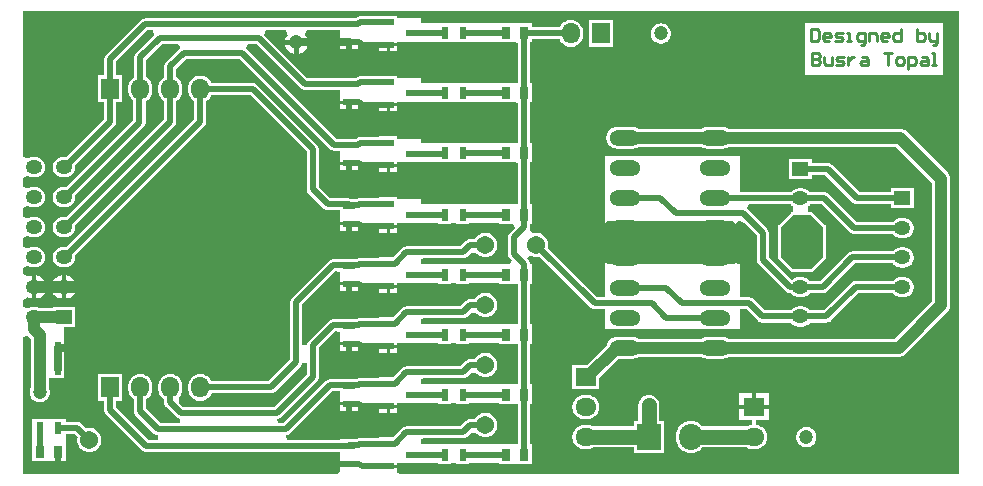
<source format=gtl>
G04*
G04 #@! TF.GenerationSoftware,Altium Limited,Altium Designer,22.11.1 (43)*
G04*
G04 Layer_Physical_Order=1*
G04 Layer_Color=255*
%FSLAX25Y25*%
%MOIN*%
G70*
G04*
G04 #@! TF.SameCoordinates,6D67B21A-DBE7-4323-B212-FBECE55DCE4B*
G04*
G04*
G04 #@! TF.FilePolarity,Positive*
G04*
G01*
G75*
%ADD14C,0.01000*%
%ADD16R,0.03150X0.03937*%
%ADD17R,0.02400X0.04000*%
%ADD18R,0.03937X0.02362*%
%ADD19R,0.04000X0.02400*%
%ADD35C,0.02000*%
%ADD36C,0.04000*%
%ADD37C,0.02500*%
%ADD38C,0.05000*%
%ADD39O,0.10400X0.05200*%
%ADD40O,0.05512X0.04724*%
%ADD41R,0.05512X0.04724*%
%ADD42C,0.04724*%
%ADD43O,0.07000X0.06000*%
%ADD44R,0.07000X0.06000*%
%ADD45O,0.07874X0.08661*%
%ADD46R,0.07874X0.08661*%
%ADD47O,0.06000X0.07000*%
%ADD48R,0.06000X0.07000*%
%ADD49C,0.06063*%
G36*
X107000Y146500D02*
Y146000D01*
X110000D01*
Y145500D01*
X110500D01*
Y143300D01*
X113000D01*
Y144500D01*
X116500D01*
Y145732D01*
X120095D01*
Y145260D01*
X123063D01*
X126031D01*
Y145732D01*
X139800D01*
Y145500D01*
X144200D01*
Y145732D01*
X145800D01*
Y145500D01*
X150200D01*
Y145732D01*
X159925D01*
Y145531D01*
X165075D01*
X165075Y145531D01*
X166490Y145327D01*
Y132000D01*
X133905D01*
Y133700D01*
X126031D01*
Y134421D01*
X120095D01*
Y134250D01*
X113740D01*
X113348Y134211D01*
X112971Y134097D01*
X112624Y133911D01*
X112378Y133710D01*
X96132D01*
X81852Y147990D01*
X82461Y149490D01*
X88935D01*
X89504Y148242D01*
X89543Y147990D01*
X89282Y147650D01*
X89029Y147212D01*
X88835Y146744D01*
X88704Y146255D01*
X88703Y146250D01*
X96297D01*
X96296Y146255D01*
X96165Y146744D01*
X95971Y147212D01*
X95718Y147650D01*
X95457Y147990D01*
X95496Y148242D01*
X96065Y149490D01*
X107000D01*
Y146500D01*
D02*
G37*
G36*
X313493Y1507D02*
X127295D01*
X126031Y2079D01*
X126031Y3007D01*
Y3760D01*
X123063D01*
Y4760D01*
X126031D01*
Y5232D01*
X139800D01*
Y5000D01*
X144200D01*
Y5232D01*
X145800D01*
Y5000D01*
X150200D01*
Y5232D01*
X159925D01*
Y5032D01*
X165075D01*
Y5032D01*
X165925D01*
Y5032D01*
X171075D01*
Y11500D01*
X170510D01*
Y25032D01*
X171075D01*
Y31500D01*
X170510D01*
Y45031D01*
X171075D01*
Y51500D01*
X170510D01*
Y65031D01*
X171075D01*
Y71500D01*
X170510D01*
X170471Y71892D01*
X170357Y72269D01*
X170171Y72616D01*
X169921Y72921D01*
X169409Y73433D01*
X170255Y74641D01*
X170713Y74376D01*
X171201Y74174D01*
X171712Y74037D01*
X172236Y73968D01*
X172764D01*
X173288Y74037D01*
X173550Y74108D01*
X190579Y57079D01*
X190884Y56829D01*
X191231Y56643D01*
X191608Y56529D01*
X192000Y56490D01*
X195500D01*
Y50000D01*
X240500D01*
Y56490D01*
X242668D01*
X246435Y52723D01*
X246740Y52473D01*
X247087Y52287D01*
X247464Y52173D01*
X247856Y52134D01*
X257405D01*
X257433Y52092D01*
X257724Y51761D01*
X258055Y51471D01*
X258422Y51226D01*
X258817Y51031D01*
X259234Y50889D01*
X259666Y50803D01*
X260106Y50774D01*
X260894D01*
X261333Y50803D01*
X261766Y50889D01*
X262183Y51031D01*
X262578Y51226D01*
X262945Y51471D01*
X263276Y51761D01*
X263567Y52092D01*
X263595Y52134D01*
X269144D01*
X269536Y52173D01*
X269913Y52287D01*
X270260Y52473D01*
X270565Y52723D01*
X279819Y61976D01*
X291406D01*
X291433Y61935D01*
X291724Y61604D01*
X292055Y61313D01*
X292422Y61068D01*
X292817Y60873D01*
X293234Y60732D01*
X293667Y60646D01*
X294106Y60617D01*
X294894D01*
X295334Y60646D01*
X295766Y60732D01*
X296183Y60873D01*
X296578Y61068D01*
X296945Y61313D01*
X297276Y61604D01*
X297567Y61935D01*
X297812Y62301D01*
X298007Y62697D01*
X298148Y63114D01*
X298234Y63546D01*
X298263Y63986D01*
X298234Y64426D01*
X298148Y64858D01*
X298007Y65276D01*
X297812Y65671D01*
X297567Y66037D01*
X297276Y66369D01*
X296945Y66659D01*
X296578Y66904D01*
X296183Y67099D01*
X295766Y67241D01*
X295334Y67327D01*
X294894Y67356D01*
X294106D01*
X293667Y67327D01*
X293234Y67241D01*
X292817Y67099D01*
X292422Y66904D01*
X292055Y66659D01*
X291724Y66369D01*
X291433Y66037D01*
X291406Y65996D01*
X278986D01*
X278986Y65996D01*
X278594Y65957D01*
X278217Y65843D01*
X277870Y65657D01*
X277565Y65407D01*
X268311Y56153D01*
X263595D01*
X263567Y56195D01*
X263276Y56526D01*
X262945Y56817D01*
X262578Y57062D01*
X262183Y57257D01*
X261766Y57398D01*
X261333Y57484D01*
X260894Y57513D01*
X260106D01*
X259666Y57484D01*
X259234Y57398D01*
X258817Y57257D01*
X258422Y57062D01*
X258055Y56817D01*
X257724Y56526D01*
X257433Y56195D01*
X257405Y56153D01*
X248689D01*
X244921Y59921D01*
X244617Y60171D01*
X244269Y60357D01*
X243892Y60471D01*
X243500Y60510D01*
X240500D01*
Y71500D01*
X239734D01*
X239569Y71584D01*
X239144Y72053D01*
X239112Y72112D01*
X238500Y71500D01*
X196500D01*
X195409Y72591D01*
X195500Y71500D01*
X195500D01*
Y60510D01*
X192832D01*
X176392Y76950D01*
X176462Y77212D01*
X176532Y77736D01*
Y78264D01*
X176462Y78788D01*
X176326Y79299D01*
X176123Y79787D01*
X175859Y80245D01*
X175538Y80664D01*
X175164Y81037D01*
X174745Y81359D01*
X174287Y81624D01*
X173799Y81826D01*
X173288Y81963D01*
X172764Y82032D01*
X172236D01*
X171712Y81963D01*
X171255Y81840D01*
X171096Y81933D01*
X170541Y82504D01*
X170266Y83062D01*
X170357Y83231D01*
X170471Y83608D01*
X170510Y84000D01*
Y85031D01*
X171075D01*
Y91500D01*
X170510D01*
Y105532D01*
X171075D01*
Y112000D01*
X170510D01*
Y125531D01*
X171075D01*
Y132000D01*
X170510D01*
Y145531D01*
X171075D01*
Y146490D01*
X180288D01*
X180297Y146466D01*
X180528Y145996D01*
X180820Y145560D01*
X181166Y145166D01*
X181560Y144820D01*
X181996Y144528D01*
X182466Y144297D01*
X182963Y144128D01*
X183477Y144026D01*
X184000Y143991D01*
X184523Y144026D01*
X185038Y144128D01*
X185534Y144297D01*
X186004Y144528D01*
X186440Y144820D01*
X186835Y145166D01*
X187180Y145560D01*
X187471Y145996D01*
X187703Y146466D01*
X187872Y146962D01*
X187974Y147477D01*
X188009Y148000D01*
Y149000D01*
X187974Y149523D01*
X187872Y150038D01*
X187703Y150534D01*
X187471Y151004D01*
X187180Y151440D01*
X186835Y151834D01*
X186440Y152180D01*
X186004Y152471D01*
X185534Y152703D01*
X185038Y152872D01*
X184523Y152974D01*
X184000Y153009D01*
X183477Y152974D01*
X182963Y152872D01*
X182466Y152703D01*
X181996Y152471D01*
X181560Y152180D01*
X181166Y151834D01*
X180820Y151440D01*
X180528Y151004D01*
X180297Y150534D01*
X180288Y150510D01*
X171075D01*
Y152000D01*
X133905D01*
Y153710D01*
X126031D01*
Y154421D01*
X120095D01*
Y154250D01*
X113740D01*
X113348Y154211D01*
X112971Y154097D01*
X112624Y153911D01*
X112378Y153710D01*
X107000D01*
Y153510D01*
X42000D01*
X42000Y153510D01*
X41608Y153471D01*
X41231Y153357D01*
X40883Y153171D01*
X40579Y152921D01*
X29079Y141421D01*
X28829Y141116D01*
X28643Y140769D01*
X28529Y140392D01*
X28490Y140000D01*
Y134500D01*
X26500D01*
Y125500D01*
X28490D01*
Y119939D01*
X15882Y107331D01*
X15834Y107341D01*
X15394Y107369D01*
X14606D01*
X14166Y107341D01*
X13734Y107255D01*
X13317Y107113D01*
X12922Y106918D01*
X12555Y106673D01*
X12224Y106383D01*
X11933Y106051D01*
X11688Y105685D01*
X11493Y105289D01*
X11352Y104872D01*
X11266Y104440D01*
X11237Y104000D01*
X11266Y103560D01*
X11352Y103128D01*
X11493Y102711D01*
X11688Y102315D01*
X11933Y101949D01*
X12224Y101618D01*
X12555Y101327D01*
X12922Y101082D01*
X13317Y100887D01*
X13734Y100745D01*
X14166Y100659D01*
X14606Y100631D01*
X15394D01*
X15834Y100659D01*
X16266Y100745D01*
X16683Y100887D01*
X17078Y101082D01*
X17445Y101327D01*
X17776Y101618D01*
X18067Y101949D01*
X18312Y102315D01*
X18507Y102711D01*
X18648Y103128D01*
X18734Y103560D01*
X18763Y104000D01*
X18734Y104440D01*
X18724Y104489D01*
X31921Y117685D01*
X32171Y117990D01*
X32357Y118337D01*
X32471Y118714D01*
X32510Y119106D01*
Y125500D01*
X34500D01*
Y134500D01*
X32510D01*
Y139168D01*
X42832Y149490D01*
X44539D01*
X45148Y147990D01*
X39079Y141921D01*
X38829Y141616D01*
X38643Y141269D01*
X38529Y140892D01*
X38490Y140500D01*
Y133968D01*
X38060Y133680D01*
X37666Y133335D01*
X37320Y132940D01*
X37029Y132504D01*
X36797Y132034D01*
X36628Y131537D01*
X36526Y131023D01*
X36491Y130500D01*
Y129500D01*
X36526Y128977D01*
X36628Y128463D01*
X36797Y127966D01*
X37029Y127496D01*
X37320Y127060D01*
X37666Y126665D01*
X38060Y126320D01*
X38187Y126235D01*
Y119636D01*
X15882Y97331D01*
X15834Y97341D01*
X15394Y97369D01*
X14606D01*
X14166Y97341D01*
X13734Y97255D01*
X13317Y97113D01*
X12922Y96918D01*
X12555Y96673D01*
X12224Y96382D01*
X11933Y96051D01*
X11688Y95685D01*
X11493Y95289D01*
X11352Y94872D01*
X11266Y94440D01*
X11237Y94000D01*
X11266Y93560D01*
X11352Y93128D01*
X11493Y92711D01*
X11688Y92315D01*
X11933Y91949D01*
X12224Y91618D01*
X12555Y91327D01*
X12922Y91082D01*
X13317Y90887D01*
X13734Y90745D01*
X14166Y90659D01*
X14606Y90631D01*
X15394D01*
X15834Y90659D01*
X16266Y90745D01*
X16683Y90887D01*
X17078Y91082D01*
X17445Y91327D01*
X17776Y91618D01*
X18067Y91949D01*
X18312Y92315D01*
X18507Y92711D01*
X18648Y93128D01*
X18734Y93560D01*
X18763Y94000D01*
X18734Y94440D01*
X18724Y94489D01*
X41618Y117382D01*
X41868Y117687D01*
X42054Y118034D01*
X42168Y118411D01*
X42206Y118803D01*
Y125882D01*
X42504Y126029D01*
X42940Y126320D01*
X43334Y126665D01*
X43680Y127060D01*
X43971Y127496D01*
X44203Y127966D01*
X44372Y128463D01*
X44474Y128977D01*
X44509Y129500D01*
Y130500D01*
X44474Y131023D01*
X44372Y131537D01*
X44203Y132034D01*
X43971Y132504D01*
X43680Y132940D01*
X43334Y133335D01*
X42940Y133680D01*
X42510Y133968D01*
Y139668D01*
X47832Y144990D01*
X53174D01*
X53556Y144280D01*
X53663Y143490D01*
X53579Y143421D01*
X49079Y138921D01*
X48829Y138617D01*
X48643Y138269D01*
X48529Y137892D01*
X48490Y137500D01*
Y133968D01*
X48060Y133680D01*
X47666Y133335D01*
X47320Y132940D01*
X47028Y132504D01*
X46797Y132034D01*
X46628Y131537D01*
X46526Y131023D01*
X46491Y130500D01*
Y129500D01*
X46526Y128977D01*
X46628Y128463D01*
X46797Y127966D01*
X47028Y127496D01*
X47320Y127060D01*
X47666Y126665D01*
X48060Y126320D01*
X48490Y126032D01*
Y119939D01*
X15882Y87331D01*
X15834Y87341D01*
X15394Y87369D01*
X14606D01*
X14166Y87341D01*
X13734Y87255D01*
X13317Y87113D01*
X12922Y86918D01*
X12555Y86673D01*
X12224Y86383D01*
X11933Y86051D01*
X11688Y85685D01*
X11493Y85289D01*
X11352Y84872D01*
X11266Y84440D01*
X11237Y84000D01*
X11266Y83560D01*
X11352Y83128D01*
X11493Y82711D01*
X11688Y82315D01*
X11933Y81949D01*
X12224Y81617D01*
X12555Y81327D01*
X12922Y81082D01*
X13317Y80887D01*
X13734Y80745D01*
X14166Y80659D01*
X14606Y80631D01*
X15394D01*
X15834Y80659D01*
X16266Y80745D01*
X16683Y80887D01*
X17078Y81082D01*
X17445Y81327D01*
X17776Y81617D01*
X18067Y81949D01*
X18312Y82315D01*
X18507Y82711D01*
X18648Y83128D01*
X18734Y83560D01*
X18763Y84000D01*
X18734Y84440D01*
X18724Y84489D01*
X51921Y117685D01*
X52171Y117990D01*
X52357Y118337D01*
X52471Y118714D01*
X52510Y119106D01*
X52510Y119106D01*
Y126032D01*
X52940Y126320D01*
X53334Y126665D01*
X53680Y127060D01*
X53971Y127496D01*
X54203Y127966D01*
X54372Y128463D01*
X54474Y128977D01*
X54509Y129500D01*
Y130500D01*
X54474Y131023D01*
X54372Y131537D01*
X54203Y132034D01*
X53971Y132504D01*
X53680Y132940D01*
X53334Y133335D01*
X52940Y133680D01*
X52510Y133968D01*
Y136668D01*
X55832Y139990D01*
X73668D01*
X103619Y110039D01*
X103619Y110039D01*
X103924Y109789D01*
X104271Y109603D01*
X104648Y109489D01*
X105040Y109450D01*
X105040Y109450D01*
X107000D01*
Y106260D01*
Y105760D01*
X110000D01*
Y105260D01*
X110500D01*
Y103060D01*
X113000D01*
Y104260D01*
X116500D01*
Y105492D01*
X120095D01*
Y105020D01*
X123063D01*
X126031D01*
Y105492D01*
X133905D01*
Y105732D01*
X139800D01*
Y105500D01*
X144200D01*
Y105732D01*
X145800D01*
Y105500D01*
X150200D01*
Y105732D01*
X159925D01*
Y105532D01*
X165075D01*
X165075Y105532D01*
X166490Y105327D01*
Y91500D01*
X133905D01*
Y93210D01*
X126031D01*
Y93921D01*
X120095D01*
Y93750D01*
X113740D01*
X113348Y93711D01*
X112971Y93597D01*
X112624Y93411D01*
X112378Y93210D01*
X110944D01*
X110669Y93357D01*
X110292Y93471D01*
X109900Y93510D01*
X103832D01*
X100010Y97332D01*
Y110000D01*
X99971Y110392D01*
X99857Y110769D01*
X99671Y111117D01*
X99421Y111421D01*
X79421Y131421D01*
X79116Y131671D01*
X78769Y131857D01*
X78392Y131971D01*
X78000Y132010D01*
X64212D01*
X64203Y132034D01*
X63972Y132504D01*
X63680Y132940D01*
X63335Y133335D01*
X62940Y133680D01*
X62504Y133972D01*
X62034Y134203D01*
X61537Y134372D01*
X61023Y134474D01*
X60500Y134509D01*
X59977Y134474D01*
X59462Y134372D01*
X58966Y134203D01*
X58496Y133972D01*
X58060Y133680D01*
X57665Y133335D01*
X57320Y132940D01*
X57029Y132504D01*
X56797Y132034D01*
X56628Y131537D01*
X56526Y131023D01*
X56491Y130500D01*
Y129500D01*
X56526Y128977D01*
X56628Y128463D01*
X56797Y127966D01*
X57029Y127496D01*
X57320Y127060D01*
X57665Y126665D01*
X58060Y126320D01*
X58490Y126032D01*
Y119939D01*
X15882Y77331D01*
X15834Y77341D01*
X15394Y77369D01*
X14606D01*
X14166Y77341D01*
X13734Y77255D01*
X13317Y77113D01*
X12922Y76918D01*
X12555Y76673D01*
X12224Y76382D01*
X11933Y76051D01*
X11688Y75685D01*
X11493Y75289D01*
X11352Y74872D01*
X11266Y74440D01*
X11237Y74000D01*
X11266Y73560D01*
X11352Y73128D01*
X11493Y72711D01*
X11688Y72315D01*
X11933Y71949D01*
X12224Y71618D01*
X12555Y71327D01*
X12922Y71082D01*
X13317Y70887D01*
X13734Y70745D01*
X14166Y70659D01*
X14606Y70631D01*
X15394D01*
X15834Y70659D01*
X16266Y70745D01*
X16683Y70887D01*
X17078Y71082D01*
X17445Y71327D01*
X17776Y71618D01*
X18067Y71949D01*
X18312Y72315D01*
X18507Y72711D01*
X18648Y73128D01*
X18734Y73560D01*
X18763Y74000D01*
X18734Y74440D01*
X18724Y74489D01*
X61921Y117685D01*
X62171Y117990D01*
X62357Y118337D01*
X62471Y118714D01*
X62510Y119106D01*
Y126032D01*
X62940Y126320D01*
X63335Y126665D01*
X63680Y127060D01*
X63972Y127496D01*
X64203Y127966D01*
X64212Y127990D01*
X77168D01*
X95990Y109168D01*
Y96500D01*
X96029Y96108D01*
X96143Y95731D01*
X96329Y95384D01*
X96579Y95079D01*
X101579Y90079D01*
X101883Y89829D01*
X102231Y89643D01*
X102608Y89529D01*
X103000Y89490D01*
X107000D01*
Y86000D01*
Y85500D01*
X110000D01*
Y85000D01*
X110500D01*
Y82800D01*
X113000D01*
Y84000D01*
X116500D01*
Y85232D01*
X120095D01*
Y84760D01*
X123063D01*
X126031D01*
Y85232D01*
X139800D01*
Y85000D01*
X144200D01*
Y85232D01*
X145800D01*
Y85000D01*
X150200D01*
Y85232D01*
X159925D01*
Y85031D01*
X164568D01*
X165270Y83613D01*
X163579Y81921D01*
X163329Y81616D01*
X163143Y81269D01*
X163029Y80892D01*
X162990Y80500D01*
Y75000D01*
X163029Y74608D01*
X163143Y74231D01*
X163329Y73883D01*
X163579Y73579D01*
X164272Y72886D01*
X163698Y71500D01*
X133905D01*
Y73210D01*
X135289Y73490D01*
X148000D01*
X148392Y73529D01*
X148769Y73643D01*
X149117Y73829D01*
X149421Y74079D01*
X150692Y75350D01*
X150991Y75433D01*
X152462Y75336D01*
X152836Y74963D01*
X153255Y74641D01*
X153713Y74376D01*
X154201Y74174D01*
X154712Y74037D01*
X155236Y73968D01*
X155764D01*
X156288Y74037D01*
X156799Y74174D01*
X157287Y74376D01*
X157745Y74641D01*
X158164Y74963D01*
X158537Y75336D01*
X158859Y75755D01*
X159124Y76213D01*
X159326Y76701D01*
X159462Y77212D01*
X159531Y77736D01*
Y78264D01*
X159462Y78788D01*
X159326Y79299D01*
X159124Y79787D01*
X158859Y80245D01*
X158537Y80664D01*
X158164Y81037D01*
X157745Y81359D01*
X157287Y81624D01*
X156799Y81826D01*
X156288Y81963D01*
X155764Y82032D01*
X155236D01*
X154712Y81963D01*
X154201Y81826D01*
X153713Y81624D01*
X153255Y81359D01*
X152836Y81037D01*
X152462Y80664D01*
X152141Y80245D01*
X152005Y80010D01*
X150500D01*
X150108Y79971D01*
X149731Y79857D01*
X149383Y79671D01*
X149079Y79421D01*
X147168Y77510D01*
X129000D01*
X128608Y77471D01*
X128231Y77357D01*
X127884Y77171D01*
X127579Y76921D01*
X124579Y73921D01*
X120095D01*
Y73750D01*
X113740D01*
X113348Y73711D01*
X112971Y73597D01*
X112624Y73411D01*
X112378Y73210D01*
X104700D01*
X104700Y73210D01*
X104308Y73171D01*
X103931Y73057D01*
X103584Y72871D01*
X103279Y72621D01*
X91079Y60421D01*
X90829Y60116D01*
X90643Y59769D01*
X90529Y59392D01*
X90490Y59000D01*
Y39832D01*
X83168Y32510D01*
X64212D01*
X64203Y32534D01*
X63972Y33004D01*
X63680Y33440D01*
X63335Y33834D01*
X62940Y34180D01*
X62504Y34471D01*
X62034Y34703D01*
X61537Y34872D01*
X61023Y34974D01*
X60500Y35009D01*
X59977Y34974D01*
X59462Y34872D01*
X58966Y34703D01*
X58496Y34471D01*
X58060Y34180D01*
X57665Y33834D01*
X57320Y33440D01*
X57029Y33004D01*
X56797Y32534D01*
X56628Y32037D01*
X56526Y31523D01*
X56491Y31000D01*
Y30000D01*
X56526Y29477D01*
X56628Y28962D01*
X56797Y28466D01*
X57029Y27996D01*
X57320Y27560D01*
X57665Y27165D01*
X58060Y26820D01*
X58496Y26528D01*
X58966Y26297D01*
X59462Y26128D01*
X59977Y26026D01*
X60500Y25991D01*
X61023Y26026D01*
X61537Y26128D01*
X62034Y26297D01*
X62504Y26528D01*
X62940Y26820D01*
X63335Y27165D01*
X63680Y27560D01*
X63972Y27996D01*
X64203Y28466D01*
X64212Y28490D01*
X84000D01*
X84392Y28529D01*
X84769Y28643D01*
X85116Y28829D01*
X85421Y29079D01*
X93921Y37579D01*
X94171Y37883D01*
X94357Y38231D01*
X94471Y38608D01*
X94490Y38803D01*
X95990Y38730D01*
Y34832D01*
X85168Y24010D01*
X54832D01*
X53471Y25371D01*
X53346Y25713D01*
X53334Y27165D01*
X53680Y27560D01*
X53971Y27996D01*
X54203Y28466D01*
X54372Y28962D01*
X54474Y29477D01*
X54509Y30000D01*
Y31000D01*
X54474Y31523D01*
X54372Y32037D01*
X54203Y32534D01*
X53971Y33004D01*
X53680Y33440D01*
X53334Y33834D01*
X52940Y34180D01*
X52504Y34471D01*
X52034Y34703D01*
X51538Y34872D01*
X51023Y34974D01*
X50500Y35009D01*
X49977Y34974D01*
X49463Y34872D01*
X48966Y34703D01*
X48496Y34471D01*
X48060Y34180D01*
X47666Y33834D01*
X47320Y33440D01*
X47028Y33004D01*
X46797Y32534D01*
X46628Y32037D01*
X46526Y31523D01*
X46491Y31000D01*
Y30000D01*
X46526Y29477D01*
X46628Y28962D01*
X46797Y28466D01*
X47028Y27996D01*
X47320Y27560D01*
X47666Y27165D01*
X48060Y26820D01*
X48490Y26532D01*
Y25500D01*
X48529Y25108D01*
X48643Y24731D01*
X48829Y24384D01*
X49079Y24079D01*
X52579Y20579D01*
X52883Y20329D01*
X53231Y20143D01*
X53608Y20029D01*
X53803Y20010D01*
X53730Y18510D01*
X47332D01*
X42510Y23332D01*
Y26532D01*
X42940Y26820D01*
X43334Y27165D01*
X43680Y27560D01*
X43971Y27996D01*
X44203Y28466D01*
X44372Y28962D01*
X44474Y29477D01*
X44509Y30000D01*
Y31000D01*
X44474Y31523D01*
X44372Y32037D01*
X44203Y32534D01*
X43971Y33004D01*
X43680Y33440D01*
X43334Y33834D01*
X42940Y34180D01*
X42504Y34471D01*
X42034Y34703D01*
X41537Y34872D01*
X41023Y34974D01*
X40500Y35009D01*
X39977Y34974D01*
X39463Y34872D01*
X38966Y34703D01*
X38496Y34471D01*
X38060Y34180D01*
X37666Y33834D01*
X37320Y33440D01*
X37029Y33004D01*
X36797Y32534D01*
X36628Y32037D01*
X36526Y31523D01*
X36491Y31000D01*
Y30000D01*
X36526Y29477D01*
X36628Y28962D01*
X36797Y28466D01*
X37029Y27996D01*
X37320Y27560D01*
X37666Y27165D01*
X38060Y26820D01*
X38490Y26532D01*
Y22500D01*
X38529Y22108D01*
X38643Y21731D01*
X38829Y21384D01*
X39079Y21079D01*
X45079Y15079D01*
X45384Y14829D01*
X45731Y14643D01*
X46108Y14529D01*
X46303Y14510D01*
X46230Y13010D01*
X43332D01*
X32510Y23832D01*
Y26000D01*
X34500D01*
Y35000D01*
X26500D01*
Y26000D01*
X28490D01*
Y23000D01*
X28529Y22608D01*
X28643Y22231D01*
X28829Y21883D01*
X29079Y21579D01*
X41079Y9579D01*
X41383Y9329D01*
X41731Y9143D01*
X42108Y9029D01*
X42500Y8990D01*
X107000D01*
Y6000D01*
Y5500D01*
X110000D01*
Y4500D01*
X107000D01*
Y3007D01*
X107000Y2800D01*
X106500Y1507D01*
X1507D01*
Y47161D01*
X2485Y47671D01*
X2892Y47722D01*
X3991Y46703D01*
Y43500D01*
Y36500D01*
Y30512D01*
X3978Y30490D01*
X3809Y30083D01*
X3695Y29657D01*
X3638Y29220D01*
Y28780D01*
X3695Y28343D01*
X3809Y27917D01*
X3978Y27510D01*
X4198Y27128D01*
X4467Y26778D01*
X4778Y26467D01*
X5128Y26198D01*
X5510Y25978D01*
X5917Y25809D01*
X6343Y25695D01*
X6780Y25638D01*
X7220D01*
X7657Y25695D01*
X8083Y25809D01*
X8490Y25978D01*
X8872Y26198D01*
X9222Y26467D01*
X9533Y26778D01*
X9802Y27128D01*
X10022Y27510D01*
X10191Y27917D01*
X10305Y28343D01*
X10362Y28780D01*
Y29220D01*
X10305Y29657D01*
X10191Y30083D01*
X10022Y30490D01*
X10009Y30512D01*
Y33500D01*
X15200D01*
Y40500D01*
Y46500D01*
Y50638D01*
X18756D01*
Y57362D01*
X11244D01*
Y57009D01*
X6893D01*
X6683Y57113D01*
X6266Y57255D01*
X5833Y57341D01*
X5394Y57369D01*
X4606D01*
X4166Y57341D01*
X3734Y57255D01*
X3317Y57113D01*
X3007Y56960D01*
X2553Y57095D01*
X1782Y57467D01*
X1507Y57749D01*
Y59622D01*
X2036Y60088D01*
X3007Y60482D01*
X3125Y60424D01*
X3604Y60261D01*
X4101Y60163D01*
X4250Y60153D01*
Y64000D01*
Y67847D01*
X4101Y67837D01*
X3604Y67739D01*
X3125Y67576D01*
X3007Y67518D01*
X2036Y67912D01*
X1507Y68378D01*
Y70251D01*
X1782Y70533D01*
X2553Y70904D01*
X3007Y71040D01*
X3317Y70887D01*
X3734Y70745D01*
X4166Y70659D01*
X4606Y70631D01*
X5394D01*
X5833Y70659D01*
X6266Y70745D01*
X6683Y70887D01*
X7078Y71082D01*
X7445Y71327D01*
X7776Y71618D01*
X8067Y71949D01*
X8312Y72315D01*
X8507Y72711D01*
X8648Y73128D01*
X8734Y73560D01*
X8763Y74000D01*
X8734Y74440D01*
X8648Y74872D01*
X8507Y75289D01*
X8312Y75685D01*
X8067Y76051D01*
X7776Y76382D01*
X7445Y76673D01*
X7078Y76918D01*
X6683Y77113D01*
X6266Y77255D01*
X5833Y77341D01*
X5394Y77369D01*
X4606D01*
X4166Y77341D01*
X3734Y77255D01*
X3317Y77113D01*
X3007Y76960D01*
X2553Y77096D01*
X1782Y77467D01*
X1507Y77749D01*
Y80251D01*
X1782Y80533D01*
X2553Y80905D01*
X3007Y81040D01*
X3317Y80887D01*
X3734Y80745D01*
X4166Y80659D01*
X4606Y80631D01*
X5394D01*
X5833Y80659D01*
X6266Y80745D01*
X6683Y80887D01*
X7078Y81082D01*
X7445Y81327D01*
X7776Y81617D01*
X8067Y81949D01*
X8312Y82315D01*
X8507Y82711D01*
X8648Y83128D01*
X8734Y83560D01*
X8763Y84000D01*
X8734Y84440D01*
X8648Y84872D01*
X8507Y85289D01*
X8312Y85685D01*
X8067Y86051D01*
X7776Y86383D01*
X7445Y86673D01*
X7078Y86918D01*
X6683Y87113D01*
X6266Y87255D01*
X5833Y87341D01*
X5394Y87369D01*
X4606D01*
X4166Y87341D01*
X3734Y87255D01*
X3317Y87113D01*
X3007Y86960D01*
X2553Y87095D01*
X1782Y87467D01*
X1507Y87749D01*
Y90251D01*
X1782Y90533D01*
X2553Y90904D01*
X3007Y91040D01*
X3317Y90887D01*
X3734Y90745D01*
X4166Y90659D01*
X4606Y90631D01*
X5394D01*
X5833Y90659D01*
X6266Y90745D01*
X6683Y90887D01*
X7078Y91082D01*
X7445Y91327D01*
X7776Y91618D01*
X8067Y91949D01*
X8312Y92315D01*
X8507Y92711D01*
X8648Y93128D01*
X8734Y93560D01*
X8763Y94000D01*
X8734Y94440D01*
X8648Y94872D01*
X8507Y95289D01*
X8312Y95685D01*
X8067Y96051D01*
X7776Y96382D01*
X7445Y96673D01*
X7078Y96918D01*
X6683Y97113D01*
X6266Y97255D01*
X5833Y97341D01*
X5394Y97369D01*
X4606D01*
X4166Y97341D01*
X3734Y97255D01*
X3317Y97113D01*
X3007Y96960D01*
X2553Y97096D01*
X1782Y97467D01*
X1507Y97749D01*
Y100251D01*
X1782Y100533D01*
X2553Y100905D01*
X3007Y101040D01*
X3317Y100887D01*
X3734Y100745D01*
X4166Y100659D01*
X4606Y100631D01*
X5394D01*
X5833Y100659D01*
X6266Y100745D01*
X6683Y100887D01*
X7078Y101082D01*
X7445Y101327D01*
X7776Y101618D01*
X8067Y101949D01*
X8312Y102315D01*
X8507Y102711D01*
X8648Y103128D01*
X8734Y103560D01*
X8763Y104000D01*
X8734Y104440D01*
X8648Y104872D01*
X8507Y105289D01*
X8312Y105685D01*
X8067Y106051D01*
X7776Y106383D01*
X7445Y106673D01*
X7078Y106918D01*
X6683Y107113D01*
X6266Y107255D01*
X5833Y107341D01*
X5394Y107369D01*
X4606D01*
X4166Y107341D01*
X3734Y107255D01*
X3317Y107113D01*
X3007Y106960D01*
X2553Y107096D01*
X1782Y107467D01*
X1507Y107749D01*
Y155993D01*
X313493D01*
Y1507D01*
D02*
G37*
G36*
X93879Y130279D02*
X94183Y130029D01*
X94531Y129843D01*
X94908Y129729D01*
X95300Y129690D01*
X107000D01*
Y126500D01*
Y126000D01*
X110000D01*
Y125500D01*
X110500D01*
Y123300D01*
X113000D01*
Y124500D01*
X116500D01*
Y125732D01*
X120095D01*
Y125260D01*
X123063D01*
X126031D01*
Y125732D01*
X139800D01*
Y125500D01*
X144200D01*
Y125732D01*
X145800D01*
Y125500D01*
X150200D01*
Y125732D01*
X159925D01*
Y125531D01*
X165075D01*
X165075Y125531D01*
X166490Y125328D01*
Y112000D01*
X133905D01*
Y113470D01*
X126031D01*
Y114181D01*
X120095D01*
Y114010D01*
X113740D01*
X113348Y113971D01*
X112971Y113857D01*
X112624Y113671D01*
X112378Y113470D01*
X105873D01*
X75921Y143421D01*
X75837Y143490D01*
X75944Y144280D01*
X76327Y144990D01*
X79168D01*
X93879Y130279D01*
D02*
G37*
G36*
X107000Y69112D02*
Y66000D01*
Y65500D01*
X110000D01*
Y65000D01*
X110500D01*
Y62800D01*
X113000D01*
Y64000D01*
X116500D01*
Y65232D01*
X120095D01*
Y64760D01*
X123063D01*
X126031D01*
Y65232D01*
X139800D01*
Y65000D01*
X144200D01*
Y65232D01*
X145800D01*
Y65000D01*
X150200D01*
Y65232D01*
X159925D01*
Y65031D01*
X165075D01*
X165075Y65031D01*
X166490Y64828D01*
Y51500D01*
X133905D01*
Y53210D01*
X135289Y53490D01*
X148000D01*
X148392Y53529D01*
X148769Y53643D01*
X149117Y53829D01*
X149421Y54079D01*
X150692Y55350D01*
X150991Y55433D01*
X152462Y55336D01*
X152836Y54962D01*
X153255Y54641D01*
X153713Y54377D01*
X154201Y54174D01*
X154712Y54037D01*
X155236Y53969D01*
X155764D01*
X156288Y54037D01*
X156799Y54174D01*
X157287Y54377D01*
X157745Y54641D01*
X158164Y54962D01*
X158537Y55336D01*
X158859Y55755D01*
X159124Y56213D01*
X159326Y56701D01*
X159462Y57212D01*
X159531Y57736D01*
Y58264D01*
X159462Y58788D01*
X159326Y59299D01*
X159124Y59787D01*
X158859Y60245D01*
X158537Y60664D01*
X158164Y61037D01*
X157745Y61359D01*
X157287Y61624D01*
X156799Y61826D01*
X156288Y61962D01*
X155764Y62032D01*
X155236D01*
X154712Y61962D01*
X154201Y61826D01*
X153713Y61624D01*
X153255Y61359D01*
X152836Y61037D01*
X152462Y60664D01*
X152141Y60245D01*
X152005Y60010D01*
X150500D01*
X150108Y59971D01*
X149731Y59857D01*
X149383Y59671D01*
X149079Y59421D01*
X147168Y57510D01*
X129000D01*
X128608Y57471D01*
X128231Y57357D01*
X127884Y57171D01*
X127579Y56921D01*
X124579Y53921D01*
X120095D01*
Y53750D01*
X113740D01*
X113348Y53711D01*
X112971Y53597D01*
X112624Y53411D01*
X112378Y53210D01*
X104700D01*
X104308Y53171D01*
X103931Y53057D01*
X103584Y52871D01*
X103279Y52621D01*
X96579Y45921D01*
X96329Y45616D01*
X96143Y45269D01*
X96029Y44892D01*
X96010Y44697D01*
X94510Y44770D01*
Y58168D01*
X105500Y69158D01*
X107000Y69112D01*
D02*
G37*
G36*
Y49112D02*
Y46000D01*
Y45500D01*
X110000D01*
Y45000D01*
X110500D01*
Y42800D01*
X113000D01*
Y44000D01*
X116500D01*
Y45232D01*
X120095D01*
Y44760D01*
X123063D01*
X126031D01*
Y45232D01*
X139800D01*
Y45000D01*
X144200D01*
Y45232D01*
X145800D01*
Y45000D01*
X150200D01*
Y45232D01*
X159925D01*
Y45031D01*
X165075D01*
X165075Y45031D01*
X166490Y44827D01*
Y31500D01*
X133905D01*
Y33210D01*
X135289Y33490D01*
X148000D01*
X148392Y33529D01*
X148769Y33643D01*
X149117Y33829D01*
X149421Y34079D01*
X150692Y35350D01*
X150991Y35433D01*
X152462Y35336D01*
X152836Y34962D01*
X153255Y34641D01*
X153713Y34376D01*
X154201Y34174D01*
X154712Y34038D01*
X155236Y33968D01*
X155764D01*
X156288Y34038D01*
X156799Y34174D01*
X157287Y34376D01*
X157745Y34641D01*
X158164Y34962D01*
X158537Y35336D01*
X158859Y35755D01*
X159124Y36213D01*
X159326Y36701D01*
X159462Y37212D01*
X159531Y37736D01*
Y38264D01*
X159462Y38788D01*
X159326Y39299D01*
X159124Y39787D01*
X158859Y40245D01*
X158537Y40664D01*
X158164Y41037D01*
X157745Y41359D01*
X157287Y41623D01*
X156799Y41826D01*
X156288Y41963D01*
X155764Y42031D01*
X155236D01*
X154712Y41963D01*
X154201Y41826D01*
X153713Y41623D01*
X153255Y41359D01*
X152836Y41037D01*
X152462Y40664D01*
X152141Y40245D01*
X152005Y40010D01*
X150500D01*
X150108Y39971D01*
X149731Y39857D01*
X149383Y39671D01*
X149079Y39421D01*
X147168Y37510D01*
X129000D01*
X128608Y37471D01*
X128231Y37357D01*
X127884Y37171D01*
X127579Y36921D01*
X124579Y33921D01*
X120095D01*
Y33750D01*
X113740D01*
X113348Y33711D01*
X112971Y33597D01*
X112624Y33411D01*
X112378Y33210D01*
X103700D01*
X103308Y33171D01*
X102931Y33057D01*
X102584Y32871D01*
X102279Y32621D01*
X88168Y18510D01*
X86270D01*
X86197Y20010D01*
X86392Y20029D01*
X86769Y20143D01*
X87116Y20329D01*
X87421Y20579D01*
X99421Y32579D01*
X99671Y32884D01*
X99857Y33231D01*
X99971Y33608D01*
X100010Y34000D01*
Y43668D01*
X105500Y49158D01*
X107000Y49112D01*
D02*
G37*
G36*
Y26000D02*
Y25500D01*
X110000D01*
Y25000D01*
X110500D01*
Y22800D01*
X113000D01*
Y24000D01*
X116500D01*
Y25232D01*
X120095D01*
Y24760D01*
X123063D01*
X126031D01*
Y25232D01*
X139800D01*
Y25000D01*
X144200D01*
Y25232D01*
X145800D01*
Y25000D01*
X150200D01*
Y25232D01*
X159925D01*
Y25032D01*
X165075D01*
X165075Y25032D01*
X166490Y24827D01*
Y11500D01*
X133905D01*
Y13210D01*
X135289Y13490D01*
X148000D01*
X148392Y13529D01*
X148769Y13643D01*
X149117Y13829D01*
X149421Y14079D01*
X150692Y15350D01*
X150991Y15433D01*
X152462Y15336D01*
X152836Y14963D01*
X153255Y14641D01*
X153713Y14377D01*
X154201Y14174D01*
X154712Y14038D01*
X155236Y13969D01*
X155764D01*
X156288Y14038D01*
X156799Y14174D01*
X157287Y14377D01*
X157745Y14641D01*
X158164Y14963D01*
X158537Y15336D01*
X158859Y15755D01*
X159124Y16213D01*
X159326Y16701D01*
X159462Y17212D01*
X159531Y17736D01*
Y18264D01*
X159462Y18788D01*
X159326Y19299D01*
X159124Y19787D01*
X158859Y20245D01*
X158537Y20664D01*
X158164Y21037D01*
X157745Y21359D01*
X157287Y21623D01*
X156799Y21826D01*
X156288Y21962D01*
X155764Y22031D01*
X155236D01*
X154712Y21962D01*
X154201Y21826D01*
X153713Y21623D01*
X153255Y21359D01*
X152836Y21037D01*
X152462Y20664D01*
X152141Y20245D01*
X152005Y20010D01*
X150500D01*
X150108Y19971D01*
X149731Y19857D01*
X149383Y19671D01*
X149079Y19421D01*
X147168Y17510D01*
X129000D01*
X128608Y17471D01*
X128231Y17357D01*
X127884Y17171D01*
X127579Y16921D01*
X124579Y13921D01*
X120095D01*
Y13750D01*
X113740D01*
X113348Y13711D01*
X112971Y13597D01*
X112624Y13411D01*
X112378Y13210D01*
X107000D01*
Y13010D01*
X89270D01*
X89197Y14510D01*
X89392Y14529D01*
X89769Y14643D01*
X90117Y14829D01*
X90421Y15079D01*
X104532Y29190D01*
X107000D01*
Y26000D01*
D02*
G37*
%LPC*%
G36*
X109500Y145000D02*
X107000D01*
Y143300D01*
X109500D01*
Y145000D01*
D02*
G37*
G36*
X126031Y144260D02*
X123563D01*
Y142579D01*
X126031D01*
Y144260D01*
D02*
G37*
G36*
X122563D02*
X120095D01*
Y142579D01*
X122563D01*
Y144260D01*
D02*
G37*
G36*
X96297Y144750D02*
X93250D01*
Y141703D01*
X93255Y141704D01*
X93744Y141835D01*
X94212Y142029D01*
X94650Y142282D01*
X95052Y142590D01*
X95410Y142948D01*
X95718Y143350D01*
X95971Y143788D01*
X96165Y144256D01*
X96296Y144745D01*
X96297Y144750D01*
D02*
G37*
G36*
X91750D02*
X88703D01*
X88704Y144745D01*
X88835Y144256D01*
X89029Y143788D01*
X89282Y143350D01*
X89590Y142948D01*
X89948Y142590D01*
X90350Y142282D01*
X90788Y142029D01*
X91256Y141835D01*
X91745Y141704D01*
X91750Y141703D01*
Y144750D01*
D02*
G37*
G36*
X214220Y151862D02*
X213780D01*
X213343Y151805D01*
X212917Y151691D01*
X212510Y151522D01*
X212128Y151302D01*
X211778Y151033D01*
X211467Y150722D01*
X211198Y150372D01*
X210978Y149990D01*
X210809Y149583D01*
X210695Y149157D01*
X210638Y148720D01*
Y148280D01*
X210695Y147843D01*
X210809Y147417D01*
X210978Y147010D01*
X211198Y146628D01*
X211467Y146278D01*
X211778Y145967D01*
X212128Y145698D01*
X212510Y145478D01*
X212917Y145309D01*
X213343Y145195D01*
X213780Y145138D01*
X214220D01*
X214657Y145195D01*
X215083Y145309D01*
X215490Y145478D01*
X215872Y145698D01*
X216222Y145967D01*
X216533Y146278D01*
X216802Y146628D01*
X217022Y147010D01*
X217191Y147417D01*
X217305Y147843D01*
X217362Y148280D01*
Y148720D01*
X217305Y149157D01*
X217191Y149583D01*
X217022Y149990D01*
X216802Y150372D01*
X216533Y150722D01*
X216222Y151033D01*
X215872Y151302D01*
X215490Y151522D01*
X215083Y151691D01*
X214657Y151805D01*
X214220Y151862D01*
D02*
G37*
G36*
X198000Y153000D02*
X190000D01*
Y144000D01*
X198000D01*
Y153000D01*
D02*
G37*
G36*
X307986Y151832D02*
X262000D01*
Y142500D01*
Y134500D01*
X290741Y134500D01*
X307820D01*
Y134500D01*
X307986D01*
Y142500D01*
Y151832D01*
D02*
G37*
G36*
X234600Y117358D02*
X229400D01*
X228929Y117327D01*
X228466Y117235D01*
X228019Y117083D01*
X227596Y116874D01*
X227424Y116759D01*
X206576D01*
X206404Y116874D01*
X205981Y117083D01*
X205534Y117235D01*
X205071Y117327D01*
X204600Y117358D01*
X199400D01*
X198929Y117327D01*
X198466Y117235D01*
X198019Y117083D01*
X197596Y116874D01*
X197204Y116612D01*
X196849Y116301D01*
X196538Y115946D01*
X196276Y115554D01*
X196067Y115131D01*
X195915Y114684D01*
X195823Y114221D01*
X195792Y113750D01*
X195823Y113279D01*
X195915Y112816D01*
X196067Y112369D01*
X196276Y111946D01*
X196538Y111554D01*
X196849Y111199D01*
X197204Y110888D01*
X197596Y110626D01*
X198019Y110417D01*
X198466Y110265D01*
X198929Y110173D01*
X199400Y110142D01*
X204600D01*
X205071Y110173D01*
X205534Y110265D01*
X205981Y110417D01*
X206404Y110626D01*
X206576Y110741D01*
X227424D01*
X227596Y110626D01*
X228019Y110417D01*
X228466Y110265D01*
X228929Y110173D01*
X229400Y110142D01*
X234600D01*
X235071Y110173D01*
X235534Y110265D01*
X235981Y110417D01*
X236404Y110626D01*
X236576Y110741D01*
X292503D01*
X304491Y98753D01*
Y59246D01*
X292003Y46759D01*
X236576D01*
X236404Y46874D01*
X235981Y47083D01*
X235534Y47235D01*
X235071Y47327D01*
X234600Y47358D01*
X229400D01*
X228929Y47327D01*
X228466Y47235D01*
X228019Y47083D01*
X227596Y46874D01*
X227424Y46759D01*
X206576D01*
X206404Y46874D01*
X205981Y47083D01*
X205534Y47235D01*
X205071Y47327D01*
X204600Y47358D01*
X199400D01*
X198929Y47327D01*
X198466Y47235D01*
X198019Y47083D01*
X197596Y46874D01*
X197204Y46612D01*
X196849Y46301D01*
X196538Y45946D01*
X196276Y45554D01*
X196067Y45131D01*
X195915Y44684D01*
X195912Y44668D01*
X189244Y38000D01*
X184500D01*
Y30000D01*
X193500D01*
Y33744D01*
X199898Y40142D01*
X204600D01*
X205071Y40173D01*
X205534Y40265D01*
X205981Y40417D01*
X206404Y40626D01*
X206576Y40741D01*
X227424D01*
X227596Y40626D01*
X228019Y40417D01*
X228466Y40265D01*
X228929Y40173D01*
X229400Y40142D01*
X234600D01*
X235071Y40173D01*
X235534Y40265D01*
X235981Y40417D01*
X236404Y40626D01*
X236576Y40741D01*
X293250D01*
X293721Y40778D01*
X294180Y40888D01*
X294616Y41069D01*
X295019Y41315D01*
X295378Y41622D01*
X309628Y55872D01*
X309935Y56231D01*
X310181Y56634D01*
X310362Y57070D01*
X310472Y57529D01*
X310509Y58000D01*
Y100000D01*
X310472Y100471D01*
X310362Y100930D01*
X310181Y101366D01*
X309935Y101769D01*
X309628Y102128D01*
X295878Y115878D01*
X295519Y116185D01*
X295116Y116431D01*
X294680Y116612D01*
X294221Y116722D01*
X293750Y116759D01*
X236576D01*
X236404Y116874D01*
X235981Y117083D01*
X235534Y117235D01*
X235071Y117327D01*
X234600Y117358D01*
D02*
G37*
G36*
X109500Y104760D02*
X107000D01*
Y103060D01*
X109500D01*
Y104760D01*
D02*
G37*
G36*
X126031Y104020D02*
X123563D01*
Y102339D01*
X126031D01*
Y104020D01*
D02*
G37*
G36*
X122563D02*
X120095D01*
Y102339D01*
X122563D01*
Y104020D01*
D02*
G37*
G36*
X264256Y106719D02*
X256744D01*
Y99994D01*
X264256D01*
Y101347D01*
X268811D01*
X278065Y92093D01*
X278370Y91843D01*
X278717Y91657D01*
X279094Y91543D01*
X279486Y91504D01*
X279486Y91504D01*
X290744D01*
Y90152D01*
X298256D01*
Y96876D01*
X290744D01*
Y95524D01*
X280319D01*
X271065Y104777D01*
X270760Y105027D01*
X270413Y105213D01*
X270036Y105327D01*
X269644Y105366D01*
X264256D01*
Y106719D01*
D02*
G37*
G36*
X109500Y84500D02*
X107000D01*
Y82800D01*
X109500D01*
Y84500D01*
D02*
G37*
G36*
X126031Y83760D02*
X123563D01*
Y82079D01*
X126031D01*
Y83760D01*
D02*
G37*
G36*
X122563D02*
X120095D01*
Y82079D01*
X122563D01*
Y83760D01*
D02*
G37*
G36*
X240500Y107500D02*
X195500D01*
Y86000D01*
X195500Y86000D01*
X195454Y85454D01*
X196000Y86000D01*
X209734D01*
D01*
X224266D01*
X224266Y86000D01*
X238000D01*
X238936Y85064D01*
X239144Y85447D01*
X239569Y85916D01*
X239734Y86000D01*
X240500D01*
X241753Y85404D01*
X245990Y81168D01*
Y73000D01*
X246029Y72608D01*
X246143Y72231D01*
X246329Y71883D01*
X246579Y71579D01*
X255593Y62565D01*
X255897Y62315D01*
X256245Y62129D01*
X256622Y62015D01*
X257014Y61976D01*
X257405D01*
X257433Y61935D01*
X257724Y61604D01*
X258055Y61313D01*
X258422Y61068D01*
X258817Y60873D01*
X259234Y60732D01*
X259666Y60646D01*
X260106Y60617D01*
X260894D01*
X261333Y60646D01*
X261766Y60732D01*
X262183Y60873D01*
X262578Y61068D01*
X262945Y61313D01*
X263276Y61604D01*
X263567Y61935D01*
X263595Y61976D01*
X267986D01*
X268378Y62015D01*
X268755Y62129D01*
X269103Y62315D01*
X269407Y62565D01*
X278661Y71819D01*
X291406D01*
X291433Y71778D01*
X291724Y71446D01*
X292055Y71156D01*
X292422Y70911D01*
X292817Y70716D01*
X293234Y70574D01*
X293667Y70488D01*
X294106Y70459D01*
X294894D01*
X295334Y70488D01*
X295766Y70574D01*
X296183Y70716D01*
X296578Y70911D01*
X296945Y71156D01*
X297276Y71446D01*
X297567Y71778D01*
X297812Y72144D01*
X298007Y72539D01*
X298148Y72957D01*
X298234Y73389D01*
X298263Y73829D01*
X298234Y74269D01*
X298148Y74701D01*
X298007Y75118D01*
X297812Y75513D01*
X297567Y75880D01*
X297276Y76211D01*
X296945Y76502D01*
X296578Y76747D01*
X296183Y76942D01*
X295766Y77083D01*
X295334Y77169D01*
X294894Y77198D01*
X294106D01*
X293667Y77169D01*
X293234Y77083D01*
X292817Y76942D01*
X292422Y76747D01*
X292055Y76502D01*
X291724Y76211D01*
X291433Y75880D01*
X291406Y75838D01*
X277829D01*
X277829Y75838D01*
X277437Y75800D01*
X277060Y75685D01*
X276712Y75500D01*
X276408Y75250D01*
X267154Y65996D01*
X263595D01*
X263567Y66037D01*
X263276Y66369D01*
X262945Y66659D01*
X262578Y66904D01*
X262183Y67099D01*
X261766Y67241D01*
X261333Y67327D01*
X260894Y67356D01*
X260106D01*
X259666Y67327D01*
X259234Y67241D01*
X258817Y67099D01*
X258422Y66904D01*
X258055Y66659D01*
X257724Y66369D01*
X257481Y66361D01*
X250010Y73832D01*
Y82000D01*
X249971Y82392D01*
X249857Y82769D01*
X249671Y83117D01*
X249421Y83421D01*
X242921Y89921D01*
X242617Y90171D01*
X243330Y91486D01*
X243523Y91740D01*
X257248D01*
X257433Y91463D01*
X257724Y91131D01*
X258055Y90841D01*
X257956Y89368D01*
X257887Y89187D01*
X257739Y88974D01*
X257496Y88873D01*
X257287Y88713D01*
X253287Y84713D01*
X253127Y84504D01*
X253026Y84261D01*
X252991Y84000D01*
Y74000D01*
X253026Y73739D01*
X253127Y73496D01*
X253287Y73287D01*
X257287Y69287D01*
X257496Y69126D01*
X257739Y69026D01*
X258000Y68991D01*
X264000D01*
X264261Y69026D01*
X264504Y69126D01*
X264713Y69287D01*
X268713Y73287D01*
X268874Y73496D01*
X268974Y73739D01*
X269009Y74000D01*
Y84000D01*
X268974Y84261D01*
X268874Y84504D01*
X268713Y84713D01*
X264713Y88713D01*
X264504Y88873D01*
X264261Y88974D01*
X264000Y89009D01*
X263302D01*
X263164Y89212D01*
X263106Y89350D01*
X262945Y90841D01*
X263276Y91131D01*
X263567Y91463D01*
X263595Y91504D01*
X267654D01*
X276908Y82250D01*
X277212Y82000D01*
X277560Y81815D01*
X277937Y81700D01*
X278329Y81662D01*
X278329Y81662D01*
X291406D01*
X291433Y81620D01*
X291724Y81289D01*
X292055Y80998D01*
X292422Y80753D01*
X292817Y80558D01*
X293234Y80417D01*
X293667Y80331D01*
X294106Y80302D01*
X294894D01*
X295334Y80331D01*
X295766Y80417D01*
X296183Y80558D01*
X296578Y80753D01*
X296945Y80998D01*
X297276Y81289D01*
X297567Y81620D01*
X297812Y81987D01*
X298007Y82382D01*
X298148Y82799D01*
X298234Y83232D01*
X298263Y83671D01*
X298234Y84111D01*
X298148Y84543D01*
X298007Y84961D01*
X297812Y85356D01*
X297567Y85722D01*
X297276Y86054D01*
X296945Y86344D01*
X296578Y86589D01*
X296183Y86784D01*
X295766Y86926D01*
X295334Y87012D01*
X294894Y87041D01*
X294106D01*
X293667Y87012D01*
X293234Y86926D01*
X292817Y86784D01*
X292422Y86589D01*
X292055Y86344D01*
X291724Y86054D01*
X291433Y85722D01*
X291406Y85681D01*
X279161D01*
X269907Y94935D01*
X269603Y95185D01*
X269255Y95371D01*
X268878Y95485D01*
X268486Y95524D01*
X263595D01*
X263567Y95565D01*
X263276Y95896D01*
X262945Y96187D01*
X262578Y96432D01*
X262183Y96627D01*
X261766Y96768D01*
X261333Y96854D01*
X260894Y96883D01*
X260106D01*
X259666Y96854D01*
X259234Y96768D01*
X258817Y96627D01*
X258422Y96432D01*
X258055Y96187D01*
X257724Y95896D01*
X257604Y95760D01*
X240500D01*
Y107500D01*
D02*
G37*
G36*
X15750Y67847D02*
Y64750D01*
X19182D01*
X19132Y65002D01*
X18970Y65481D01*
X18746Y65935D01*
X18464Y66356D01*
X18131Y66737D01*
X17750Y67071D01*
X17329Y67352D01*
X16875Y67576D01*
X16396Y67739D01*
X15899Y67837D01*
X15750Y67847D01*
D02*
G37*
G36*
X19182Y63250D02*
X15750D01*
Y60153D01*
X15899Y60163D01*
X16396Y60261D01*
X16875Y60424D01*
X17329Y60648D01*
X17750Y60929D01*
X18131Y61263D01*
X18464Y61644D01*
X18746Y62065D01*
X18970Y62519D01*
X19132Y62998D01*
X19182Y63250D01*
D02*
G37*
G36*
X5750Y67847D02*
Y64000D01*
Y60153D01*
X5899Y60163D01*
X6396Y60261D01*
X6875Y60424D01*
X7329Y60648D01*
X7750Y60929D01*
X8130Y61263D01*
X8464Y61644D01*
X8746Y62065D01*
X8970Y62519D01*
X9070Y62815D01*
X9132Y62998D01*
X9144Y63019D01*
X9144D01*
X9132Y62998D01*
X9123Y62971D01*
X9144Y63019D01*
X9281Y63082D01*
X10719D01*
X10856Y63019D01*
X10877Y62971D01*
X10868Y62998D01*
X10856Y63019D01*
X10856D01*
X10868Y62998D01*
X10930Y62815D01*
X11030Y62519D01*
X11254Y62065D01*
X11536Y61644D01*
X11869Y61263D01*
X12250Y60929D01*
X12671Y60648D01*
X13125Y60424D01*
X13604Y60261D01*
X14101Y60163D01*
X14250Y60153D01*
Y64000D01*
Y67847D01*
X14101Y67837D01*
X13604Y67739D01*
X13125Y67576D01*
X12671Y67352D01*
X12250Y67071D01*
X11869Y66737D01*
X11536Y66356D01*
X11254Y65935D01*
X11030Y65481D01*
X10930Y65185D01*
X10868Y65002D01*
X10856Y64981D01*
X10856D01*
X10868Y65002D01*
X10877Y65029D01*
X10856Y64981D01*
X10719Y64918D01*
X9281D01*
X9144Y64981D01*
X9123Y65029D01*
X9132Y65002D01*
X9144Y64981D01*
X9144D01*
X9132Y65002D01*
X9070Y65185D01*
X8970Y65481D01*
X8746Y65935D01*
X8464Y66356D01*
X8130Y66737D01*
X7750Y67071D01*
X7329Y67352D01*
X6875Y67576D01*
X6396Y67739D01*
X5899Y67837D01*
X5750Y67847D01*
D02*
G37*
G36*
X250000Y28500D02*
X245750D01*
Y24750D01*
X250000D01*
Y28500D01*
D02*
G37*
G36*
X244250D02*
X240000D01*
Y24750D01*
X244250D01*
Y28500D01*
D02*
G37*
G36*
X189500Y28009D02*
X188500D01*
X187977Y27974D01*
X187462Y27872D01*
X186966Y27703D01*
X186496Y27472D01*
X186060Y27180D01*
X185666Y26834D01*
X185320Y26440D01*
X185029Y26004D01*
X184797Y25534D01*
X184628Y25038D01*
X184526Y24523D01*
X184491Y24000D01*
X184526Y23477D01*
X184628Y22963D01*
X184797Y22466D01*
X185029Y21996D01*
X185320Y21560D01*
X185666Y21166D01*
X186060Y20820D01*
X186496Y20528D01*
X186966Y20297D01*
X187462Y20128D01*
X187977Y20026D01*
X188500Y19991D01*
X189500D01*
X190023Y20026D01*
X190538Y20128D01*
X191034Y20297D01*
X191504Y20528D01*
X191940Y20820D01*
X192334Y21166D01*
X192680Y21560D01*
X192972Y21996D01*
X193203Y22466D01*
X193372Y22963D01*
X193474Y23477D01*
X193509Y24000D01*
X193474Y24523D01*
X193372Y25038D01*
X193203Y25534D01*
X192972Y26004D01*
X192680Y26440D01*
X192334Y26834D01*
X191940Y27180D01*
X191504Y27472D01*
X191034Y27703D01*
X190538Y27872D01*
X190023Y27974D01*
X189500Y28009D01*
D02*
G37*
G36*
X250000Y23250D02*
X245000D01*
X240000D01*
Y19500D01*
X244320D01*
X244369Y18000D01*
X243977Y17974D01*
X243462Y17872D01*
X242966Y17704D01*
X242569Y17507D01*
X227838D01*
X227497Y17890D01*
X227083Y18260D01*
X226631Y18581D01*
X226146Y18849D01*
X225633Y19061D01*
X225100Y19215D01*
X224554Y19307D01*
X224000Y19339D01*
X223446Y19307D01*
X222900Y19215D01*
X222367Y19061D01*
X221854Y18849D01*
X221369Y18581D01*
X220917Y18260D01*
X220503Y17890D01*
X220134Y17477D01*
X219813Y17025D01*
X219545Y16539D01*
X219333Y16027D01*
X219179Y15494D01*
X219086Y14947D01*
X219055Y14394D01*
Y13606D01*
X219086Y13053D01*
X219179Y12506D01*
X219333Y11973D01*
X219545Y11461D01*
X219813Y10976D01*
X220134Y10523D01*
X220503Y10110D01*
X220917Y9740D01*
X221369Y9419D01*
X221854Y9151D01*
X222367Y8939D01*
X222900Y8785D01*
X223446Y8693D01*
X224000Y8662D01*
X224554Y8693D01*
X225100Y8785D01*
X225633Y8939D01*
X226146Y9151D01*
X226631Y9419D01*
X227083Y9740D01*
X227497Y10110D01*
X227838Y10492D01*
X242569D01*
X242966Y10297D01*
X243462Y10128D01*
X243977Y10026D01*
X244500Y9991D01*
X245500D01*
X246023Y10026D01*
X246537Y10128D01*
X247034Y10297D01*
X247504Y10528D01*
X247940Y10820D01*
X248335Y11165D01*
X248680Y11560D01*
X248972Y11996D01*
X249203Y12466D01*
X249372Y12962D01*
X249474Y13477D01*
X249509Y14000D01*
X249474Y14523D01*
X249372Y15037D01*
X249203Y15534D01*
X248972Y16004D01*
X248680Y16440D01*
X248335Y16835D01*
X247940Y17180D01*
X247504Y17471D01*
X247034Y17704D01*
X246537Y17872D01*
X246023Y17974D01*
X245631Y18000D01*
X245680Y19500D01*
X250000D01*
Y23250D01*
D02*
G37*
G36*
X210000Y28008D02*
X209542Y27977D01*
X209092Y27888D01*
X208658Y27740D01*
X208246Y27538D01*
X207865Y27283D01*
X207520Y26980D01*
X207217Y26635D01*
X206962Y26254D01*
X206760Y25842D01*
X206612Y25408D01*
X206522Y24958D01*
X206492Y24500D01*
Y19331D01*
X205063D01*
Y17507D01*
X191431D01*
X191034Y17704D01*
X190538Y17872D01*
X190023Y17974D01*
X189500Y18009D01*
X188500D01*
X187977Y17974D01*
X187462Y17872D01*
X186966Y17704D01*
X186496Y17471D01*
X186060Y17180D01*
X185666Y16835D01*
X185320Y16440D01*
X185029Y16004D01*
X184797Y15534D01*
X184628Y15037D01*
X184526Y14523D01*
X184491Y14000D01*
X184526Y13477D01*
X184628Y12962D01*
X184797Y12466D01*
X185029Y11996D01*
X185320Y11560D01*
X185666Y11165D01*
X186060Y10820D01*
X186496Y10528D01*
X186966Y10297D01*
X187462Y10128D01*
X187977Y10026D01*
X188500Y9991D01*
X189500D01*
X190023Y10026D01*
X190538Y10128D01*
X191034Y10297D01*
X191431Y10492D01*
X205063D01*
Y8669D01*
X214937D01*
Y19331D01*
X213508D01*
Y24500D01*
X213477Y24958D01*
X213388Y25408D01*
X213241Y25842D01*
X213038Y26254D01*
X212783Y26635D01*
X212480Y26980D01*
X212135Y27283D01*
X211754Y27538D01*
X211342Y27740D01*
X210908Y27888D01*
X210458Y27977D01*
X210000Y28008D01*
D02*
G37*
G36*
X262720Y17362D02*
X262280D01*
X261843Y17305D01*
X261417Y17191D01*
X261010Y17022D01*
X260628Y16802D01*
X260278Y16533D01*
X259967Y16222D01*
X259698Y15872D01*
X259478Y15490D01*
X259309Y15083D01*
X259195Y14657D01*
X259138Y14220D01*
Y13780D01*
X259195Y13343D01*
X259309Y12917D01*
X259478Y12510D01*
X259698Y12128D01*
X259967Y11778D01*
X260278Y11467D01*
X260628Y11198D01*
X261010Y10978D01*
X261417Y10809D01*
X261843Y10695D01*
X262280Y10638D01*
X262720D01*
X263157Y10695D01*
X263583Y10809D01*
X263990Y10978D01*
X264372Y11198D01*
X264722Y11467D01*
X265033Y11778D01*
X265302Y12128D01*
X265522Y12510D01*
X265691Y12917D01*
X265805Y13343D01*
X265862Y13780D01*
Y14220D01*
X265805Y14657D01*
X265691Y15083D01*
X265522Y15490D01*
X265302Y15872D01*
X265033Y16222D01*
X264722Y16533D01*
X264372Y16802D01*
X263990Y17022D01*
X263583Y17191D01*
X263157Y17305D01*
X262720Y17362D01*
D02*
G37*
G36*
X15575Y20000D02*
X4425D01*
Y6032D01*
X15575D01*
Y14990D01*
X18582D01*
X19556Y13858D01*
X19537Y13788D01*
X19468Y13264D01*
Y12736D01*
X19537Y12212D01*
X19674Y11701D01*
X19876Y11213D01*
X20141Y10755D01*
X20462Y10336D01*
X20836Y9962D01*
X21255Y9641D01*
X21713Y9376D01*
X22201Y9174D01*
X22712Y9037D01*
X23236Y8969D01*
X23764D01*
X24288Y9037D01*
X24799Y9174D01*
X25287Y9376D01*
X25745Y9641D01*
X26164Y9962D01*
X26537Y10336D01*
X26859Y10755D01*
X27123Y11213D01*
X27326Y11701D01*
X27463Y12212D01*
X27531Y12736D01*
Y13264D01*
X27463Y13788D01*
X27326Y14299D01*
X27123Y14787D01*
X26859Y15245D01*
X26537Y15664D01*
X26164Y16037D01*
X25745Y16359D01*
X25287Y16623D01*
X24799Y16826D01*
X24288Y16962D01*
X23764Y17031D01*
X23236D01*
X22712Y16962D01*
X22450Y16892D01*
X20921Y18421D01*
X20617Y18671D01*
X20269Y18857D01*
X19892Y18971D01*
X19500Y19010D01*
X15575D01*
Y20000D01*
D02*
G37*
%LPD*%
G36*
X268000Y84000D02*
Y74000D01*
X264000Y70000D01*
X258000D01*
X254000Y74000D01*
Y84000D01*
X258000Y88000D01*
X264000D01*
X268000Y84000D01*
D02*
G37*
%LPC*%
G36*
X109500Y125000D02*
X107000D01*
Y123300D01*
X109500D01*
Y125000D01*
D02*
G37*
G36*
X126031Y124260D02*
X123563D01*
Y122579D01*
X126031D01*
Y124260D01*
D02*
G37*
G36*
X122563D02*
X120095D01*
Y122579D01*
X122563D01*
Y124260D01*
D02*
G37*
G36*
X109500Y64500D02*
X107000D01*
Y62800D01*
X109500D01*
Y64500D01*
D02*
G37*
G36*
X126031Y63760D02*
X123563D01*
Y62079D01*
X126031D01*
Y63760D01*
D02*
G37*
G36*
X122563D02*
X120095D01*
Y62079D01*
X122563D01*
Y63760D01*
D02*
G37*
G36*
X109500Y44500D02*
X107000D01*
Y42800D01*
X109500D01*
Y44500D01*
D02*
G37*
G36*
X126031Y43760D02*
X123563D01*
Y42079D01*
X126031D01*
Y43760D01*
D02*
G37*
G36*
X122563D02*
X120095D01*
Y42079D01*
X122563D01*
Y43760D01*
D02*
G37*
G36*
X109500Y24500D02*
X107000D01*
Y22800D01*
X109500D01*
Y24500D01*
D02*
G37*
G36*
X126031Y23760D02*
X123563D01*
Y22079D01*
X126031D01*
Y23760D01*
D02*
G37*
G36*
X122563D02*
X120095D01*
Y22079D01*
X122563D01*
Y23760D01*
D02*
G37*
%LPD*%
D14*
X264500Y141832D02*
Y137833D01*
X266499D01*
X267166Y138499D01*
Y139166D01*
X266499Y139832D01*
X264500D01*
X266499D01*
X267166Y140499D01*
Y141165D01*
X266499Y141832D01*
X264500D01*
X268499Y140499D02*
Y138499D01*
X269165Y137833D01*
X271164D01*
Y140499D01*
X272497Y137833D02*
X274497D01*
X275163Y138499D01*
X274497Y139166D01*
X273164D01*
X272497Y139832D01*
X273164Y140499D01*
X275163D01*
X276496D02*
Y137833D01*
Y139166D01*
X277163Y139832D01*
X277829Y140499D01*
X278496D01*
X281161D02*
X282494D01*
X283161Y139832D01*
Y137833D01*
X281161D01*
X280495Y138499D01*
X281161Y139166D01*
X283161D01*
X288492Y141832D02*
X291158D01*
X289825D01*
Y137833D01*
X293157D02*
X294490D01*
X295157Y138499D01*
Y139832D01*
X294490Y140499D01*
X293157D01*
X292491Y139832D01*
Y138499D01*
X293157Y137833D01*
X296490Y136500D02*
Y140499D01*
X298489D01*
X299155Y139832D01*
Y138499D01*
X298489Y137833D01*
X296490D01*
X301155Y140499D02*
X302488D01*
X303154Y139832D01*
Y137833D01*
X301155D01*
X300488Y138499D01*
X301155Y139166D01*
X303154D01*
X304487Y137833D02*
X305820D01*
X305153D01*
Y141832D01*
X304487D01*
X264000Y149832D02*
Y145833D01*
X265999D01*
X266666Y146499D01*
Y149165D01*
X265999Y149832D01*
X264000D01*
X269998Y145833D02*
X268665D01*
X267999Y146499D01*
Y147832D01*
X268665Y148499D01*
X269998D01*
X270665Y147832D01*
Y147166D01*
X267999D01*
X271997Y145833D02*
X273997D01*
X274663Y146499D01*
X273997Y147166D01*
X272664D01*
X271997Y147832D01*
X272664Y148499D01*
X274663D01*
X275996Y145833D02*
X277329D01*
X276663D01*
Y148499D01*
X275996D01*
X280661Y144500D02*
X281328D01*
X281994Y145167D01*
Y148499D01*
X279995D01*
X279328Y147832D01*
Y146499D01*
X279995Y145833D01*
X281994D01*
X283327D02*
Y148499D01*
X285327D01*
X285993Y147832D01*
Y145833D01*
X289325D02*
X287992D01*
X287326Y146499D01*
Y147832D01*
X287992Y148499D01*
X289325D01*
X289992Y147832D01*
Y147166D01*
X287326D01*
X293990Y149832D02*
Y145833D01*
X291991D01*
X291324Y146499D01*
Y147832D01*
X291991Y148499D01*
X293990D01*
X299322Y149832D02*
Y145833D01*
X301321D01*
X301988Y146499D01*
Y147166D01*
Y147832D01*
X301321Y148499D01*
X299322D01*
X303321D02*
Y146499D01*
X303987Y145833D01*
X305986D01*
Y145167D01*
X305320Y144500D01*
X304654D01*
X305986Y145833D02*
Y148499D01*
D16*
X168500Y148500D02*
D03*
X162500D02*
D03*
X168500Y108500D02*
D03*
X162500D02*
D03*
X168500Y88000D02*
D03*
X162500D02*
D03*
Y128500D02*
D03*
X168500D02*
D03*
Y68000D02*
D03*
X162500D02*
D03*
X168500Y28000D02*
D03*
X162500D02*
D03*
X168500Y48000D02*
D03*
X162500D02*
D03*
X168500Y8000D02*
D03*
X162500D02*
D03*
X7000Y9000D02*
D03*
X13000D02*
D03*
D17*
X142000Y108500D02*
D03*
X148000D02*
D03*
X142000Y88000D02*
D03*
X148000D02*
D03*
X142000Y28000D02*
D03*
X148000D02*
D03*
X142000Y8000D02*
D03*
X148000D02*
D03*
X142000Y68000D02*
D03*
X148000D02*
D03*
X142000Y48000D02*
D03*
X148000D02*
D03*
X142000Y148500D02*
D03*
X148000D02*
D03*
X142000Y128500D02*
D03*
X148000D02*
D03*
X7000Y43500D02*
D03*
X13000D02*
D03*
X7000Y36500D02*
D03*
X13000D02*
D03*
X7000Y17000D02*
D03*
X13000D02*
D03*
D18*
X123063Y71740D02*
D03*
Y64260D02*
D03*
X130937Y68000D02*
D03*
X123063Y51740D02*
D03*
Y44260D02*
D03*
X130937Y48000D02*
D03*
X123063Y31740D02*
D03*
Y24260D02*
D03*
X130937Y28000D02*
D03*
Y8000D02*
D03*
X123063Y4260D02*
D03*
Y11740D02*
D03*
X130937Y108260D02*
D03*
X123063Y104520D02*
D03*
Y112000D02*
D03*
X130937Y88000D02*
D03*
X123063Y84260D02*
D03*
Y91740D02*
D03*
Y152240D02*
D03*
Y144760D02*
D03*
X130937Y148500D02*
D03*
Y128500D02*
D03*
X123063Y124760D02*
D03*
Y132240D02*
D03*
D19*
X110000Y51000D02*
D03*
Y45000D02*
D03*
Y91000D02*
D03*
Y85000D02*
D03*
Y71000D02*
D03*
Y65000D02*
D03*
Y31000D02*
D03*
Y25000D02*
D03*
Y11000D02*
D03*
Y5000D02*
D03*
Y105260D02*
D03*
Y111260D02*
D03*
Y131500D02*
D03*
Y125500D02*
D03*
Y145500D02*
D03*
Y151500D02*
D03*
D35*
X13000Y17000D02*
X19500D01*
X23500Y13000D01*
X88500Y4500D02*
X89000Y4000D01*
X88500Y4500D02*
Y5000D01*
X89000Y4000D02*
X97000D01*
X13000Y4500D02*
Y9000D01*
X92500Y59000D02*
X104700Y71200D01*
X110000D01*
X92500Y39000D02*
Y59000D01*
X110000Y71200D02*
X113200D01*
X110000Y19500D02*
Y25000D01*
X97000Y4000D02*
X98000Y5000D01*
X110000D02*
X113500D01*
X98000D02*
X110000D01*
X7000Y9000D02*
Y17000D01*
X110000Y140000D02*
Y145500D01*
Y120000D02*
Y125500D01*
Y99760D02*
Y105260D01*
Y79500D02*
Y85000D01*
Y59500D02*
Y65000D01*
Y39500D02*
Y45000D01*
X98000Y96500D02*
Y110000D01*
X78000Y130000D02*
X98000Y110000D01*
Y96500D02*
X103000Y91500D01*
X109900D01*
X110200Y91200D01*
X60500Y130000D02*
X78000D01*
X55000Y142000D02*
X74500D01*
X105040Y111460D01*
X110000D01*
X113200D01*
X50500Y137500D02*
X55000Y142000D01*
X50500Y130000D02*
Y137500D01*
X80000Y147000D02*
X95300Y131700D01*
X40500Y140500D02*
X47000Y147000D01*
X80000D01*
X95300Y131700D02*
X110000D01*
X113200D01*
X40500Y130000D02*
Y140500D01*
X84000Y30500D02*
X92500Y39000D01*
X86000Y22000D02*
X98000Y34000D01*
Y44500D01*
X54000Y22000D02*
X86000D01*
X98000Y44500D02*
X104700Y51200D01*
X110000D01*
X46500Y16500D02*
X89000D01*
X103700Y31200D02*
X110000D01*
X89000Y16500D02*
X103700Y31200D01*
X50500Y25500D02*
X54000Y22000D01*
X40500Y22500D02*
X46500Y16500D01*
X30500Y23000D02*
X42500Y11000D01*
X110000D01*
Y11200D02*
X113200D01*
X60500Y30500D02*
X84000D01*
X50500Y25500D02*
Y30500D01*
X110000Y51200D02*
X113200D01*
X110000Y31200D02*
X113200D01*
X40500Y22500D02*
Y30500D01*
X30500Y23000D02*
Y30500D01*
Y130000D02*
Y140000D01*
X42000Y151500D02*
X110000D01*
X30500Y140000D02*
X42000Y151500D01*
X248000Y73000D02*
Y82000D01*
X241500Y88500D02*
X248000Y82000D01*
Y73000D02*
X257014Y63986D01*
X260500D01*
X219000Y88500D02*
X241500D01*
X213750Y93750D02*
X219000Y88500D01*
X202000Y93750D02*
X213750D01*
X211000Y58500D02*
X215750Y53750D01*
X192000Y58500D02*
X211000D01*
X215750Y53750D02*
X232000D01*
X215750Y63750D02*
X221000Y58500D01*
X243500D01*
X202000Y63750D02*
X215750D01*
X172500Y78000D02*
X192000Y58500D01*
X168500Y84000D02*
Y88000D01*
X165000Y80500D02*
X168500Y84000D01*
X165000Y75000D02*
Y80500D01*
X168500Y68000D02*
Y71500D01*
X165000Y75000D02*
X168500Y71500D01*
X247856Y54144D02*
X260500D01*
X243500Y58500D02*
X247856Y54144D01*
X260264Y93750D02*
X260500Y93514D01*
X232000Y93750D02*
X260264D01*
X260500Y54144D02*
X269144D01*
X278986Y63986D02*
X294500D01*
X269144Y54144D02*
X278986Y63986D01*
X279486Y93514D02*
X294500D01*
X260500Y103356D02*
X269644D01*
X279486Y93514D01*
X260500Y63986D02*
X267986D01*
X277829Y73829D01*
X294500D01*
X278329Y83671D02*
X294500D01*
X268486Y93514D02*
X278329Y83671D01*
X260500Y93514D02*
X268486D01*
X123063Y71740D02*
X125240D01*
X129000Y75500D01*
X148000D01*
X150500Y78000D01*
X155500D01*
X123063Y51740D02*
X125240D01*
X129000Y55500D01*
X148000D01*
X150500Y58000D01*
X155500D01*
X123063Y31740D02*
X125240D01*
X129000Y35500D01*
X148000D01*
X150500Y38000D01*
X155500D01*
X150500Y18000D02*
X155500D01*
X148000Y15500D02*
X150500Y18000D01*
X129000Y15500D02*
X148000D01*
X125240Y11740D02*
X129000Y15500D01*
X123063Y11740D02*
X125240D01*
X168500Y8000D02*
Y28000D01*
Y48000D01*
Y68000D01*
Y88000D02*
Y108500D01*
Y128500D01*
Y148500D01*
X184000D01*
X148000Y8000D02*
X162500D01*
X148000Y28000D02*
X162500D01*
X148000Y48000D02*
X162500D01*
X148000Y68000D02*
X162500D01*
X148000Y88000D02*
X162500D01*
X148000Y108500D02*
X162500D01*
X148000Y128500D02*
X162500D01*
X148000Y148500D02*
X162500D01*
X130937Y8000D02*
X142000D01*
X130937Y28000D02*
X142000D01*
X130937Y48000D02*
X142000D01*
X130937Y68000D02*
X142000D01*
X130937Y88000D02*
X142000D01*
X130937Y108260D02*
X142000D01*
X130937Y128500D02*
X142000D01*
X130937Y148500D02*
X142000D01*
X113740Y11740D02*
X123063D01*
X113200Y11200D02*
X113740Y11740D01*
X113500Y5000D02*
X114240Y4260D01*
X123063D01*
X113740Y31740D02*
X123063D01*
X113200Y31200D02*
X113740Y31740D01*
X110000Y25000D02*
X113500D01*
X114240Y24260D01*
X123063D01*
X113740Y51740D02*
X123063D01*
X113200Y51200D02*
X113740Y51740D01*
X110000Y45000D02*
X113500D01*
X114240Y44260D01*
X123063D01*
X113740Y71740D02*
X123063D01*
X113200Y71200D02*
X113740Y71740D01*
X110000Y65000D02*
X113500D01*
X114240Y64260D01*
X123063D01*
X113740Y91740D02*
X123063D01*
X110200Y91200D02*
X113200D01*
X113740Y91740D01*
X110000Y85000D02*
X113500D01*
X114240Y84260D01*
X123063D01*
X113740Y112000D02*
X123063D01*
X113200Y111460D02*
X113740Y112000D01*
X110000Y105260D02*
X113500D01*
X114240Y104520D01*
X123063D01*
X113740Y132240D02*
X123063D01*
X113200Y131700D02*
X113740Y132240D01*
X110000Y125500D02*
X113500D01*
X114240Y124760D01*
X123063D01*
X114240Y144760D02*
X123063D01*
X113500Y145500D02*
X114240Y144760D01*
X110000Y145500D02*
X113500D01*
X113200Y151700D02*
X113740Y152240D01*
X110200Y151700D02*
X113200D01*
X110000Y151500D02*
X110200Y151700D01*
X113740Y152240D02*
X123063D01*
X60500Y119106D02*
Y130000D01*
X50500Y119106D02*
Y130000D01*
X15394Y84000D02*
X50500Y119106D01*
X15394Y94000D02*
X40197Y118803D01*
Y129697D01*
X40500Y130000D01*
X30500Y119106D02*
Y130000D01*
X15394Y74000D02*
X60500Y119106D01*
X15000Y74000D02*
X15394D01*
X15000Y84000D02*
X15394D01*
X15000Y94000D02*
X15394D01*
Y104000D02*
X30500Y119106D01*
X15000Y104000D02*
X15394D01*
D36*
X5000Y54000D02*
X15000D01*
X26500Y64000D02*
X50500D01*
X15000D02*
X26500D01*
X50500D02*
X66000Y79500D01*
X110000D01*
X7000Y29000D02*
Y36500D01*
X232000Y43750D02*
X293250D01*
X307500Y58000D02*
Y100000D01*
X293250Y43750D02*
X307500Y58000D01*
X293750Y113750D02*
X307500Y100000D01*
X232000Y113750D02*
X293750D01*
X202000D02*
X232000D01*
X7000Y36500D02*
Y43500D01*
Y48000D01*
X5000Y50000D02*
X7000Y48000D01*
X5000Y50000D02*
Y54000D01*
X202000Y43750D02*
X232000D01*
X189500Y34000D02*
X199250Y43750D01*
X202000D01*
X189000Y34000D02*
X189500D01*
X5000Y64000D02*
X15000D01*
D37*
X26500Y62000D02*
Y64000D01*
Y62000D02*
X31000Y57500D01*
Y49000D02*
Y57500D01*
X25500Y43500D02*
X31000Y49000D01*
X13000Y43500D02*
X25500D01*
X92500Y145500D02*
X110000D01*
X13000Y36500D02*
Y43500D01*
D38*
X210000Y14000D02*
Y24500D01*
X224000Y14000D02*
X245000D01*
X189000D02*
X210000D01*
D39*
X202000Y43750D02*
D03*
Y53750D02*
D03*
Y63750D02*
D03*
Y73750D02*
D03*
Y83750D02*
D03*
Y93750D02*
D03*
Y103750D02*
D03*
Y113750D02*
D03*
X232000Y83750D02*
D03*
Y93750D02*
D03*
Y73750D02*
D03*
Y63750D02*
D03*
Y113750D02*
D03*
Y103750D02*
D03*
Y53750D02*
D03*
Y43750D02*
D03*
D40*
X294500Y63986D02*
D03*
Y73829D02*
D03*
Y83671D02*
D03*
X260500Y73829D02*
D03*
Y83671D02*
D03*
Y63986D02*
D03*
Y54144D02*
D03*
Y93514D02*
D03*
X5000Y54000D02*
D03*
X15000Y64000D02*
D03*
Y74000D02*
D03*
Y84000D02*
D03*
Y94000D02*
D03*
Y104000D02*
D03*
X5000Y64000D02*
D03*
Y74000D02*
D03*
Y84000D02*
D03*
Y94000D02*
D03*
Y104000D02*
D03*
D41*
X294500Y93514D02*
D03*
X260500Y103356D02*
D03*
X15000Y54000D02*
D03*
D42*
X262500Y14000D02*
D03*
X210000Y24500D02*
D03*
X214000Y148500D02*
D03*
X7000Y29000D02*
D03*
X92500Y145500D02*
D03*
D43*
X245000Y14000D02*
D03*
X189000Y24000D02*
D03*
Y14000D02*
D03*
D44*
X245000Y24000D02*
D03*
X189000Y34000D02*
D03*
D45*
X224000Y14000D02*
D03*
D46*
X210000D02*
D03*
D47*
X184000Y148500D02*
D03*
X40500Y30500D02*
D03*
X50500D02*
D03*
X60500D02*
D03*
Y130000D02*
D03*
X50500D02*
D03*
X40500D02*
D03*
D48*
X194000Y148500D02*
D03*
X30500Y30500D02*
D03*
Y130000D02*
D03*
D49*
X88500Y5000D02*
D03*
X23500Y13000D02*
D03*
X110000Y18500D02*
D03*
Y139000D02*
D03*
Y119000D02*
D03*
Y98760D02*
D03*
Y78500D02*
D03*
Y58500D02*
D03*
Y38500D02*
D03*
X172500Y78000D02*
D03*
X155500D02*
D03*
Y18000D02*
D03*
Y38000D02*
D03*
Y58000D02*
D03*
M02*

</source>
